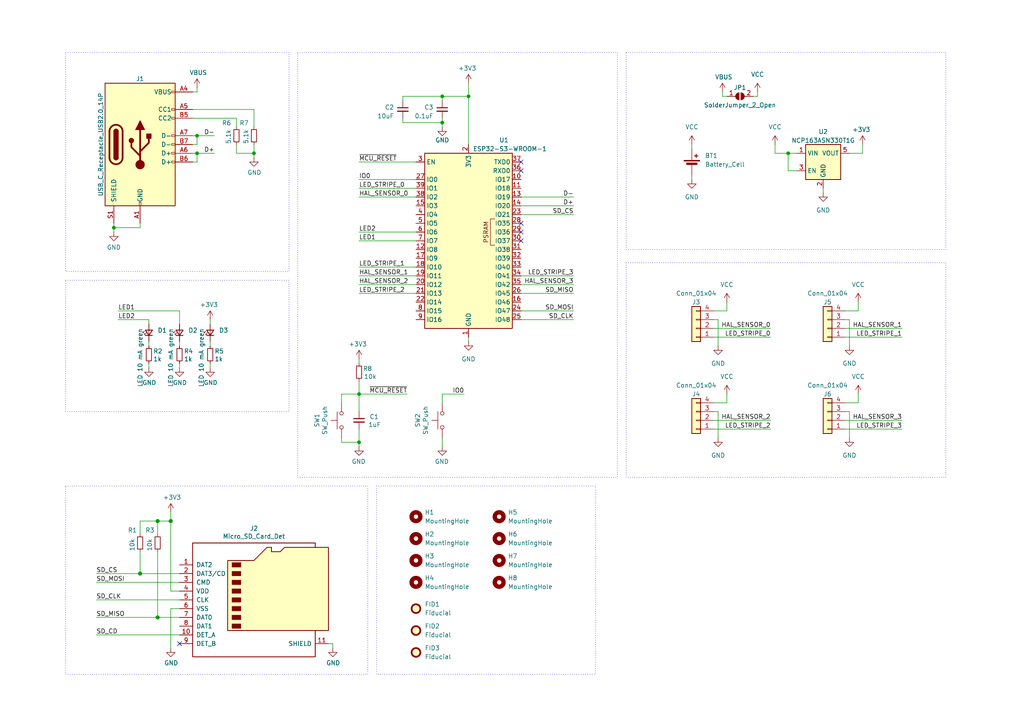
<source format=kicad_sch>
(kicad_sch (version 20230121) (generator eeschema)
  (paper "A4")
  (title_block (date "2024-01-13") (rev "A"))
  (lib_symbols
    (symbol "Connector:Micro_SD_Card_Det" (pin_names (offset 1.016))
      (property "Reference" "J" (at -16.51 17.78 0))
      (property "Value" "Micro_SD_Card_Det" (at 16.51 17.78 0))
      (symbol "Micro_SD_Card_Det_0_1"
        (rectangle (start -7.62 -6.985) (end -5.08 -8.255) (fill (type outline)))
        (rectangle (start -7.62 -4.445) (end -5.08 -5.715) (fill (type outline)))
        (rectangle (start -7.62 -1.905) (end -5.08 -3.175) (fill (type outline)))
        (rectangle (start -7.62 0.635) (end -5.08 -0.635) (fill (type outline)))
        (rectangle (start -7.62 3.175) (end -5.08 1.905) (fill (type outline)))
        (rectangle (start -7.62 5.715) (end -5.08 4.445) (fill (type outline)))
        (rectangle (start -7.62 8.255) (end -5.08 6.985) (fill (type outline)))
        (rectangle (start -7.62 10.795) (end -5.08 9.525) (fill (type outline)))
        (polyline (pts (xy 16.51 15.24) (xy 16.51 16.51) (xy -19.05 16.51) (xy -19.05 -16.51) (xy 16.51 -16.51) (xy 16.51 -8.89)) (stroke (width 0.254)))
        (polyline (pts (xy -8.89 -8.89) (xy -8.89 11.43) (xy -1.27 11.43) (xy 2.54 15.24) (xy 3.81 15.24) (xy 3.81 13.97) (xy 6.35 13.97) (xy 7.62 15.24) (xy 20.32 15.24) (xy 20.32 -8.89) (xy -8.89 -8.89)) (stroke (width 0.254)) (fill (type background)))
      )
      (symbol "Micro_SD_Card_Det_1_1"
        (pin bidirectional line (at -22.86 10.16 0) (length 3.81) (name "DAT2") (number "1"))
        (pin passive line (at -22.86 -10.16 0) (length 3.81) (name "DET_A") (number "10"))
        (pin passive line (at 20.32 -12.7 180) (length 3.81) (name "SHIELD") (number "11"))
        (pin bidirectional line (at -22.86 7.62 0) (length 3.81) (name "DAT3/CD") (number "2"))
        (pin input line (at -22.86 5.08 0) (length 3.81) (name "CMD") (number "3"))
        (pin power_in line (at -22.86 2.54 0) (length 3.81) (name "VDD") (number "4"))
        (pin input line (at -22.86 0 0) (length 3.81) (name "CLK") (number "5"))
        (pin power_in line (at -22.86 -2.54 0) (length 3.81) (name "VSS") (number "6"))
        (pin bidirectional line (at -22.86 -5.08 0) (length 3.81) (name "DAT0") (number "7"))
        (pin bidirectional line (at -22.86 -7.62 0) (length 3.81) (name "DAT1") (number "8"))
        (pin passive line (at -22.86 -12.7 0) (length 3.81) (name "DET_B") (number "9"))
      )
    )
    (symbol "Connector:USB_C_Receptacle_USB2.0_14P" (pin_names (offset 1.016))
      (property "Reference" "J" (at 0 22.225 0))
      (property "Value" "USB_C_Receptacle_USB2.0_14P" (at 0 19.685 0))
      (symbol "USB_C_Receptacle_USB2.0_14P_0_0"
        (rectangle (start -0.254 -17.78) (end 0.254 -16.764))
        (rectangle (start 10.16 -4.826) (end 9.144 -5.334))
        (rectangle (start 10.16 -2.286) (end 9.144 -2.794))
        (rectangle (start 10.16 0.254) (end 9.144 -0.254))
        (rectangle (start 10.16 2.794) (end 9.144 2.286))
        (rectangle (start 10.16 7.874) (end 9.144 7.366))
        (rectangle (start 10.16 10.414) (end 9.144 9.906))
        (rectangle (start 10.16 15.494) (end 9.144 14.986))
      )
      (symbol "USB_C_Receptacle_USB2.0_14P_0_1"
        (rectangle (start -10.16 17.78) (end 10.16 -17.78) (stroke (width 0.254)) (fill (type background)))
        (arc (start -8.89 -3.81) (mid -6.985 -5.7067) (end -5.08 -3.81) (stroke (width 0.508)))
        (arc (start -7.62 -3.81) (mid -6.985 -4.4423) (end -6.35 -3.81) (stroke (width 0.254)))
        (arc (start -7.62 -3.81) (mid -6.985 -4.4423) (end -6.35 -3.81) (stroke (width 0.254)) (fill (type outline)))
        (rectangle (start -7.62 -3.81) (end -6.35 3.81) (stroke (width 0.254)) (fill (type outline)))
        (arc (start -6.35 3.81) (mid -6.985 4.4423) (end -7.62 3.81) (stroke (width 0.254)))
        (arc (start -6.35 3.81) (mid -6.985 4.4423) (end -7.62 3.81) (stroke (width 0.254)) (fill (type outline)))
        (arc (start -5.08 3.81) (mid -6.985 5.7067) (end -8.89 3.81) (stroke (width 0.508)))
        (circle (center -2.54 1.143) (radius 0.635) (stroke (width 0.254)) (fill (type outline)))
        (circle (center 0 -5.842) (radius 1.27) (fill (type outline)))
        (polyline (pts (xy -8.89 -3.81) (xy -8.89 3.81)) (stroke (width 0.508)))
        (polyline (pts (xy -5.08 3.81) (xy -5.08 -3.81)) (stroke (width 0.508)))
        (polyline (pts (xy 0 -5.842) (xy 0 4.318)) (stroke (width 0.508)))
        (polyline (pts (xy 0 -3.302) (xy -2.54 -0.762) (xy -2.54 0.508)) (stroke (width 0.508)))
        (polyline (pts (xy 0 -2.032) (xy 2.54 0.508) (xy 2.54 1.778)) (stroke (width 0.508)))
        (polyline (pts (xy -1.27 4.318) (xy 0 6.858) (xy 1.27 4.318) (xy -1.27 4.318)) (stroke (width 0.254)) (fill (type outline)))
        (rectangle (start 1.905 1.778) (end 3.175 3.048) (stroke (width 0.254)) (fill (type outline)))
      )
      (symbol "USB_C_Receptacle_USB2.0_14P_1_1"
        (pin passive line (at 0 -22.86 90) (length 5.08) (name "GND") (number "A1"))
        (pin passive line (at 0 -22.86 90) (length 5.08) hide (name "GND") (number "A12"))
        (pin passive line (at 15.24 15.24 180) (length 5.08) (name "VBUS") (number "A4"))
        (pin bidirectional line (at 15.24 10.16 180) (length 5.08) (name "CC1") (number "A5"))
        (pin bidirectional line (at 15.24 -2.54 180) (length 5.08) (name "D+") (number "A6"))
        (pin bidirectional line (at 15.24 2.54 180) (length 5.08) (name "D-") (number "A7"))
        (pin passive line (at 15.24 15.24 180) (length 5.08) hide (name "VBUS") (number "A9"))
        (pin passive line (at 0 -22.86 90) (length 5.08) hide (name "GND") (number "B1"))
        (pin passive line (at 0 -22.86 90) (length 5.08) hide (name "GND") (number "B12"))
        (pin passive line (at 15.24 15.24 180) (length 5.08) hide (name "VBUS") (number "B4"))
        (pin bidirectional line (at 15.24 7.62 180) (length 5.08) (name "CC2") (number "B5"))
        (pin bidirectional line (at 15.24 -5.08 180) (length 5.08) (name "D+") (number "B6"))
        (pin bidirectional line (at 15.24 0 180) (length 5.08) (name "D-") (number "B7"))
        (pin passive line (at 15.24 15.24 180) (length 5.08) hide (name "VBUS") (number "B9"))
        (pin passive line (at -7.62 -22.86 90) (length 5.08) (name "SHIELD") (number "S1"))
      )
    )
    (symbol "Connector_Generic:Conn_01x04" (pin_names (offset 1.016) hide)
      (property "Reference" "J" (at 0 5.08 0))
      (property "Value" "Conn_01x04" (at 0 -7.62 0))
      (symbol "Conn_01x04_1_1"
        (rectangle (start -1.27 -4.953) (end 0 -5.207) (stroke (width 0.1524)))
        (rectangle (start -1.27 -2.413) (end 0 -2.667) (stroke (width 0.1524)))
        (rectangle (start -1.27 0.127) (end 0 -0.127) (stroke (width 0.1524)))
        (rectangle (start -1.27 2.667) (end 0 2.413) (stroke (width 0.1524)))
        (rectangle (start -1.27 3.81) (end 1.27 -6.35) (stroke (width 0.254)) (fill (type background)))
        (pin passive line (at -5.08 2.54 0) (length 3.81) (name "Pin_1") (number "1"))
        (pin passive line (at -5.08 0 0) (length 3.81) (name "Pin_2") (number "2"))
        (pin passive line (at -5.08 -2.54 0) (length 3.81) (name "Pin_3") (number "3"))
        (pin passive line (at -5.08 -5.08 0) (length 3.81) (name "Pin_4") (number "4"))
      )
    )
    (symbol "Device:Battery_Cell" (pin_numbers hide) (pin_names (offset 0) hide)
      (property "Reference" "BT" (at 2.54 2.54 0))
      (property "Value" "Battery_Cell" (at 2.54 0 0))
      (symbol "Battery_Cell_0_1"
        (rectangle (start -2.286 1.778) (end 2.286 1.524) (fill (type outline)))
        (rectangle (start -1.524 1.016) (end 1.524 0.508) (fill (type outline)))
        (polyline (pts (xy 0 0.762) (xy 0 0)))
        (polyline (pts (xy 0 1.778) (xy 0 2.54)))
        (polyline (pts (xy 0.762 3.048) (xy 1.778 3.048)) (stroke (width 0.254)))
        (polyline (pts (xy 1.27 3.556) (xy 1.27 2.54)) (stroke (width 0.254)))
      )
      (symbol "Battery_Cell_1_1"
        (pin passive line (at 0 5.08 270) (length 2.54) (name "+") (number "1"))
        (pin passive line (at 0 -2.54 90) (length 2.54) (name "-") (number "2"))
      )
    )
    (symbol "Device:C_Small" (pin_numbers hide) (pin_names (offset 0.254) hide)
      (property "Reference" "C" (at 0.254 1.778 0))
      (property "Value" "C_Small" (at 0.254 -2.032 0))
      (symbol "C_Small_0_1"
        (polyline (pts (xy -1.524 -0.508) (xy 1.524 -0.508)) (stroke (width 0.3302)))
        (polyline (pts (xy -1.524 0.508) (xy 1.524 0.508)) (stroke (width 0.3048)))
      )
      (symbol "C_Small_1_1"
        (pin passive line (at 0 2.54 270) (length 2.032) (name "~") (number "1"))
        (pin passive line (at 0 -2.54 90) (length 2.032) (name "~") (number "2"))
      )
    )
    (symbol "Device:LED_Small" (pin_numbers hide) (pin_names (offset 0.254) hide)
      (property "Reference" "D" (at -1.27 3.175 0))
      (property "Value" "LED_Small" (at -4.445 -2.54 0))
      (symbol "LED_Small_0_1"
        (polyline (pts (xy -0.762 -1.016) (xy -0.762 1.016)) (stroke (width 0.254)))
        (polyline (pts (xy 1.016 0) (xy -0.762 0)))
        (polyline (pts (xy 0.762 -1.016) (xy -0.762 0) (xy 0.762 1.016) (xy 0.762 -1.016)) (stroke (width 0.254)))
        (polyline (pts (xy 0 0.762) (xy -0.508 1.27) (xy -0.254 1.27) (xy -0.508 1.27) (xy -0.508 1.016)))
        (polyline (pts (xy 0.508 1.27) (xy 0 1.778) (xy 0.254 1.778) (xy 0 1.778) (xy 0 1.524)))
      )
      (symbol "LED_Small_1_1"
        (pin passive line (at -2.54 0 0) (length 1.778) (name "K") (number "1"))
        (pin passive line (at 2.54 0 180) (length 1.778) (name "A") (number "2"))
      )
    )
    (symbol "Device:R_Small" (pin_numbers hide) (pin_names (offset 0.254) hide)
      (property "Reference" "R" (at 0.762 0.508 0))
      (property "Value" "R_Small" (at 0.762 -1.016 0))
      (symbol "R_Small_0_1"
        (rectangle (start -0.762 1.778) (end 0.762 -1.778) (stroke (width 0.2032)))
      )
      (symbol "R_Small_1_1"
        (pin passive line (at 0 2.54 270) (length 0.762) (name "~") (number "1"))
        (pin passive line (at 0 -2.54 90) (length 0.762) (name "~") (number "2"))
      )
    )
    (symbol "GND_1" (power) (pin_names (offset 0))
      (property "Value" "GND_1" (at 0 -3.81 0))
      (symbol "GND_1_0_1"
        (polyline (pts (xy 0 0) (xy 0 -1.27) (xy 1.27 -1.27) (xy 0 -2.54) (xy -1.27 -1.27) (xy 0 -1.27)))
      )
      (symbol "GND_1_1_1"
        (pin power_in line (at 0 0 270) (length 0) hide (name "GND") (number "1"))
      )
    )
    (symbol "Jumper:SolderJumper_2_Open" (pin_names (offset 0) hide)
      (property "Reference" "JP" (at 0 2.032 0))
      (property "Value" "SolderJumper_2_Open" (at 0 -2.54 0))
      (symbol "SolderJumper_2_Open_0_1"
        (arc (start -0.254 1.016) (mid -1.2656 0) (end -0.254 -1.016))
        (arc (start -0.254 1.016) (mid -1.2656 0) (end -0.254 -1.016) (fill (type outline)))
        (polyline (pts (xy -0.254 1.016) (xy -0.254 -1.016)))
        (polyline (pts (xy 0.254 1.016) (xy 0.254 -1.016)))
        (arc (start 0.254 -1.016) (mid 1.2656 0) (end 0.254 1.016))
        (arc (start 0.254 -1.016) (mid 1.2656 0) (end 0.254 1.016) (fill (type outline)))
      )
      (symbol "SolderJumper_2_Open_1_1"
        (pin passive line (at -3.81 0 0) (length 2.54) (name "A") (number "1"))
        (pin passive line (at 3.81 0 180) (length 2.54) (name "B") (number "2"))
      )
    )
    (symbol "Mechanical:Fiducial"
      (property "Reference" "FID" (at 0 5.08 0))
      (property "Value" "Fiducial" (at 0 3.175 0))
      (symbol "Fiducial_0_1"
        (circle (center 0 0) (radius 1.27) (stroke (width 0.508)) (fill (type background)))
      )
    )
    (symbol "Mechanical:MountingHole" (pin_names (offset 1.016))
      (property "Reference" "H" (at 0 5.08 0))
      (property "Value" "MountingHole" (at 0 3.175 0))
      (symbol "MountingHole_0_1"
        (circle (center 0 0) (radius 1.27) (stroke (width 1.27)))
      )
    )
    (symbol "RF_Module:ESP32-S3-WROOM-1"
      (property "Reference" "U" (at -12.7 26.67 0))
      (property "Value" "ESP32-S3-WROOM-1" (at 12.7 26.67 0))
      (symbol "ESP32-S3-WROOM-1_0_0"
        (rectangle (start -12.7 25.4) (end 12.7 -25.4) (stroke (width 0.254)) (fill (type background)))
        (text "PSRAM" (at 5.08 2.54 900) (effects (font (size 1.27 1.27))))
      )
      (symbol "ESP32-S3-WROOM-1_0_1"
        (polyline (pts (xy 7.62 -1.27) (xy 6.35 -1.27) (xy 6.35 6.35) (xy 7.62 6.35)))
      )
      (symbol "ESP32-S3-WROOM-1_1_1"
        (pin power_in line (at 0 -27.94 90) (length 2.54) (name "GND") (number "1"))
        (pin bidirectional line (at 15.24 17.78 180) (length 2.54) (name "IO17") (number "10"))
        (pin bidirectional line (at 15.24 15.24 180) (length 2.54) (name "IO18") (number "11"))
        (pin bidirectional line (at -15.24 -2.54 0) (length 2.54) (name "IO8") (number "12"))
        (pin bidirectional line (at 15.24 12.7 180) (length 2.54) (name "IO19") (number "13"))
        (pin bidirectional line (at 15.24 10.16 180) (length 2.54) (name "IO20") (number "14"))
        (pin bidirectional line (at -15.24 10.16 0) (length 2.54) (name "IO3") (number "15"))
        (pin bidirectional line (at 15.24 -17.78 180) (length 2.54) (name "IO46") (number "16"))
        (pin bidirectional line (at -15.24 -5.08 0) (length 2.54) (name "IO9") (number "17"))
        (pin bidirectional line (at -15.24 -7.62 0) (length 2.54) (name "IO10") (number "18"))
        (pin bidirectional line (at -15.24 -10.16 0) (length 2.54) (name "IO11") (number "19"))
        (pin power_in line (at 0 27.94 270) (length 2.54) (name "3V3") (number "2"))
        (pin bidirectional line (at -15.24 -12.7 0) (length 2.54) (name "IO12") (number "20"))
        (pin bidirectional line (at -15.24 -15.24 0) (length 2.54) (name "IO13") (number "21"))
        (pin bidirectional line (at -15.24 -17.78 0) (length 2.54) (name "IO14") (number "22"))
        (pin bidirectional line (at 15.24 7.62 180) (length 2.54) (name "IO21") (number "23"))
        (pin bidirectional line (at 15.24 -20.32 180) (length 2.54) (name "IO47") (number "24"))
        (pin bidirectional line (at 15.24 -22.86 180) (length 2.54) (name "IO48") (number "25"))
        (pin bidirectional line (at 15.24 -15.24 180) (length 2.54) (name "IO45") (number "26"))
        (pin bidirectional line (at -15.24 17.78 0) (length 2.54) (name "IO0") (number "27"))
        (pin bidirectional line (at 15.24 5.08 180) (length 2.54) (name "IO35") (number "28"))
        (pin bidirectional line (at 15.24 2.54 180) (length 2.54) (name "IO36") (number "29"))
        (pin input line (at -15.24 22.86 0) (length 2.54) (name "EN") (number "3"))
        (pin bidirectional line (at 15.24 0 180) (length 2.54) (name "IO37") (number "30"))
        (pin bidirectional line (at 15.24 -2.54 180) (length 2.54) (name "IO38") (number "31"))
        (pin bidirectional line (at 15.24 -5.08 180) (length 2.54) (name "IO39") (number "32"))
        (pin bidirectional line (at 15.24 -7.62 180) (length 2.54) (name "IO40") (number "33"))
        (pin bidirectional line (at 15.24 -10.16 180) (length 2.54) (name "IO41") (number "34"))
        (pin bidirectional line (at 15.24 -12.7 180) (length 2.54) (name "IO42") (number "35"))
        (pin bidirectional line (at 15.24 20.32 180) (length 2.54) (name "RXD0") (number "36"))
        (pin bidirectional line (at 15.24 22.86 180) (length 2.54) (name "TXD0") (number "37"))
        (pin bidirectional line (at -15.24 12.7 0) (length 2.54) (name "IO2") (number "38"))
        (pin bidirectional line (at -15.24 15.24 0) (length 2.54) (name "IO1") (number "39"))
        (pin bidirectional line (at -15.24 7.62 0) (length 2.54) (name "IO4") (number "4"))
        (pin passive line (at 0 -27.94 90) (length 2.54) hide (name "GND") (number "40"))
        (pin passive line (at 0 -27.94 90) (length 2.54) hide (name "GND") (number "41"))
        (pin bidirectional line (at -15.24 5.08 0) (length 2.54) (name "IO5") (number "5"))
        (pin bidirectional line (at -15.24 2.54 0) (length 2.54) (name "IO6") (number "6"))
        (pin bidirectional line (at -15.24 0 0) (length 2.54) (name "IO7") (number "7"))
        (pin bidirectional line (at -15.24 -20.32 0) (length 2.54) (name "IO15") (number "8"))
        (pin bidirectional line (at -15.24 -22.86 0) (length 2.54) (name "IO16") (number "9"))
      )
    )
    (symbol "Regulator_Linear:NCP163ASN330T1G"
      (property "Reference" "U" (at 0 8.89 0))
      (property "Value" "NCP163ASN330T1G" (at 0 6.35 0))
      (symbol "NCP163ASN330T1G_0_1"
        (rectangle (start -5.08 5.08) (end 5.08 -5.08) (stroke (width 0.254)) (fill (type background)))
      )
      (symbol "NCP163ASN330T1G_1_1"
        (pin power_in line (at -7.62 2.54 0) (length 2.54) (name "VIN") (number "1"))
        (pin power_in line (at 0 -7.62 90) (length 2.54) (name "GND") (number "2"))
        (pin input line (at -7.62 -2.54 0) (length 2.54) (name "EN") (number "3"))
        (pin no_connect line (at 5.08 -2.54 180) (length 2.54) hide (name "NC") (number "4"))
        (pin power_out line (at 7.62 2.54 180) (length 2.54) (name "VOUT") (number "5"))
      )
    )
    (symbol "Switch:SW_Push" (pin_numbers hide) (pin_names (offset 1.016) hide)
      (property "Reference" "SW" (at 1.27 2.54 0))
      (property "Value" "SW_Push" (at 0 -1.524 0))
      (symbol "SW_Push_0_1"
        (circle (center -2.032 0) (radius 0.508))
        (polyline (pts (xy 0 1.27) (xy 0 3.048)))
        (polyline (pts (xy 2.54 1.27) (xy -2.54 1.27)))
        (circle (center 2.032 0) (radius 0.508))
        (pin passive line (at -5.08 0 0) (length 2.54) (name "1") (number "1"))
        (pin passive line (at 5.08 0 180) (length 2.54) (name "2") (number "2"))
      )
    )
    (symbol "power:+3V3" (power) (pin_names (offset 0))
      (property "Value" "+3V3" (at 0 3.556 0))
      (symbol "+3V3_0_1"
        (polyline (pts (xy -0.762 1.27) (xy 0 2.54)))
        (polyline (pts (xy 0 0) (xy 0 2.54)))
        (polyline (pts (xy 0 2.54) (xy 0.762 1.27)))
      )
      (symbol "+3V3_1_1"
        (pin power_in line (at 0 0 90) (length 0) hide (name "+3V3") (number "1"))
      )
    )
    (symbol "power:GND" (power) (pin_names (offset 0))
      (property "Value" "GND" (at 0 -3.81 0))
      (symbol "GND_0_1"
        (polyline (pts (xy 0 0) (xy 0 -1.27) (xy 1.27 -1.27) (xy 0 -2.54) (xy -1.27 -1.27) (xy 0 -1.27)))
      )
      (symbol "GND_1_1"
        (pin power_in line (at 0 0 270) (length 0) hide (name "GND") (number "1"))
      )
    )
    (symbol "power:VBUS" (power) (pin_names (offset 0))
      (property "Value" "VBUS" (at 0 3.81 0))
      (symbol "VBUS_0_1"
        (polyline (pts (xy -0.762 1.27) (xy 0 2.54)))
        (polyline (pts (xy 0 0) (xy 0 2.54)))
        (polyline (pts (xy 0 2.54) (xy 0.762 1.27)))
      )
      (symbol "VBUS_1_1"
        (pin power_in line (at 0 0 90) (length 0) hide (name "VBUS") (number "1"))
      )
    )
    (symbol "power:VCC" (power) (pin_names (offset 0))
      (property "Value" "VCC" (at 0 3.81 0))
      (symbol "VCC_0_1"
        (polyline (pts (xy -0.762 1.27) (xy 0 2.54)))
        (polyline (pts (xy 0 0) (xy 0 2.54)))
        (polyline (pts (xy 0 2.54) (xy 0.762 1.27)))
      )
      (symbol "VCC_1_1"
        (pin power_in line (at 0 0 90) (length 0) hide (name "VCC") (number "1"))
      )
    )
  )
  (junction (at 45.72 151.13) (diameter 1.016))
  (junction (at 40.64 166.37) (diameter 1.016))
  (junction (at 135.89 27.94))
  (junction (at 228.6 44.45))
  (junction (at 57.15 39.37))
  (junction (at 57.15 44.45))
  (junction (at 104.14 114.3) (diameter 0.9144))
  (junction (at 128.27 35.56))
  (junction (at 104.14 128.27) (diameter 0.9144))
  (junction (at 45.72 179.07) (diameter 1.016))
  (junction (at 49.53 151.13) (diameter 1.016))
  (junction (at 33.02 66.04))
  (junction (at 128.27 27.94))
  (junction (at 73.66 44.45) (diameter 0.9144))
  (no_connect (at 52.07 186.69))
  (no_connect (at 151.13 49.53))
  (no_connect (at 151.13 67.31))
  (no_connect (at 151.13 46.99))
  (no_connect (at 151.13 64.77))
  (no_connect (at 151.13 69.85))
  (wire (pts (xy 151.13 59.69) (xy 166.37 59.69)))
  (wire (pts (xy 104.14 114.3) (xy 104.14 119.38)))
  (wire (pts (xy 104.14 67.31) (xy 120.65 67.31)))
  (wire (pts (xy 49.53 151.13) (xy 49.53 171.45)))
  (wire (pts (xy 104.14 82.55) (xy 120.65 82.55)))
  (wire (pts (xy 120.65 57.15) (xy 104.14 57.15)))
  (wire (pts (xy 99.06 114.3) (xy 99.06 116.84)))
  (wire (pts (xy 73.66 41.91) (xy 73.66 44.45)))
  (wire (pts (xy 34.29 92.71) (xy 43.18 92.71)))
  (wire (pts (xy 45.72 179.07) (xy 52.07 179.07)))
  (wire (pts (xy 104.14 80.01) (xy 120.65 80.01)))
  (wire (pts (xy 52.07 93.98) (xy 52.07 90.17)))
  (wire (pts (xy 238.76 54.61) (xy 238.76 55.88)))
  (wire (pts (xy 43.18 93.98) (xy 43.18 92.71)))
  (wire (pts (xy 245.11 97.79) (xy 261.62 97.79)))
  (wire (pts (xy 200.66 41.91) (xy 200.66 43.18)))
  (wire (pts (xy 45.72 160.02) (xy 45.72 179.07)))
  (wire (pts (xy 43.18 105.41) (xy 43.18 106.68)))
  (wire (pts (xy 104.14 128.27) (xy 104.14 129.54)))
  (wire (pts (xy 45.72 154.94) (xy 45.72 151.13)))
  (wire (pts (xy 68.58 44.45) (xy 73.66 44.45)))
  (wire (pts (xy 45.72 151.13) (xy 49.53 151.13)))
  (wire (pts (xy 245.11 92.71) (xy 246.38 92.71)))
  (wire (pts (xy 33.02 66.04) (xy 40.64 66.04)))
  (wire (pts (xy 245.11 116.84) (xy 248.92 116.84)))
  (wire (pts (xy 246.38 119.38) (xy 246.38 127)))
  (wire (pts (xy 210.82 27.94) (xy 209.55 27.94)))
  (wire (pts (xy 210.82 114.3) (xy 210.82 116.84)))
  (wire (pts (xy 52.07 176.53) (xy 49.53 176.53)))
  (wire (pts (xy 231.14 44.45) (xy 228.6 44.45)))
  (wire (pts (xy 52.07 166.37) (xy 40.64 166.37)))
  (wire (pts (xy 104.14 77.47) (xy 120.65 77.47)))
  (wire (pts (xy 228.6 49.53) (xy 228.6 44.45)))
  (wire (pts (xy 210.82 87.63) (xy 210.82 90.17)))
  (wire (pts (xy 207.01 121.92) (xy 223.52 121.92)))
  (wire (pts (xy 27.94 184.15) (xy 52.07 184.15)))
  (wire (pts (xy 104.14 52.07) (xy 120.65 52.07)))
  (wire (pts (xy 128.27 29.21) (xy 128.27 27.94)))
  (wire (pts (xy 135.89 24.13) (xy 135.89 27.94)))
  (wire (pts (xy 55.88 31.75) (xy 73.66 31.75)))
  (wire (pts (xy 231.14 49.53) (xy 228.6 49.53)))
  (wire (pts (xy 49.53 176.53) (xy 49.53 187.96)))
  (wire (pts (xy 33.02 64.77) (xy 33.02 66.04)))
  (wire (pts (xy 209.55 26.67) (xy 209.55 27.94)))
  (wire (pts (xy 55.88 44.45) (xy 57.15 44.45)))
  (wire (pts (xy 207.01 116.84) (xy 210.82 116.84)))
  (wire (pts (xy 27.94 168.91) (xy 52.07 168.91)))
  (wire (pts (xy 166.37 92.71) (xy 151.13 92.71)))
  (wire (pts (xy 57.15 26.67) (xy 57.15 25.4)))
  (wire (pts (xy 52.07 105.41) (xy 52.07 106.68)))
  (wire (pts (xy 166.37 62.23) (xy 151.13 62.23)))
  (wire (pts (xy 104.14 114.3) (xy 99.06 114.3)))
  (wire (pts (xy 34.29 90.17) (xy 52.07 90.17)))
  (wire (pts (xy 128.27 34.29) (xy 128.27 35.56)))
  (wire (pts (xy 57.15 39.37) (xy 62.23 39.37)))
  (wire (pts (xy 120.65 54.61) (xy 104.14 54.61)))
  (wire (pts (xy 27.94 179.07) (xy 45.72 179.07)))
  (wire (pts (xy 55.88 26.67) (xy 57.15 26.67)))
  (wire (pts (xy 55.88 41.91) (xy 57.15 41.91)))
  (wire (pts (xy 218.44 27.94) (xy 219.71 27.94)))
  (wire (pts (xy 128.27 127) (xy 128.27 129.54)))
  (wire (pts (xy 99.06 128.27) (xy 99.06 127)))
  (wire (pts (xy 57.15 41.91) (xy 57.15 39.37)))
  (wire (pts (xy 207.01 119.38) (xy 208.28 119.38)))
  (wire (pts (xy 135.89 27.94) (xy 135.89 41.91)))
  (wire (pts (xy 68.58 41.91) (xy 68.58 44.45)))
  (wire (pts (xy 128.27 35.56) (xy 128.27 36.83)))
  (wire (pts (xy 248.92 114.3) (xy 248.92 116.84)))
  (wire (pts (xy 116.84 34.29) (xy 116.84 35.56)))
  (wire (pts (xy 57.15 44.45) (xy 62.23 44.45)))
  (wire (pts (xy 40.64 160.02) (xy 40.64 166.37)))
  (wire (pts (xy 219.71 26.67) (xy 219.71 27.94)))
  (wire (pts (xy 104.14 104.14) (xy 104.14 105.41)))
  (wire (pts (xy 207.01 97.79) (xy 223.52 97.79)))
  (wire (pts (xy 104.14 124.46) (xy 104.14 128.27)))
  (wire (pts (xy 245.11 90.17) (xy 248.92 90.17)))
  (wire (pts (xy 43.18 99.06) (xy 43.18 100.33)))
  (wire (pts (xy 68.58 34.29) (xy 68.58 36.83)))
  (wire (pts (xy 73.66 44.45) (xy 73.66 45.72)))
  (wire (pts (xy 55.88 34.29) (xy 68.58 34.29)))
  (wire (pts (xy 40.64 151.13) (xy 45.72 151.13)))
  (wire (pts (xy 128.27 116.84) (xy 128.27 114.3)))
  (wire (pts (xy 207.01 124.46) (xy 223.52 124.46)))
  (wire (pts (xy 60.96 105.41) (xy 60.96 106.68)))
  (wire (pts (xy 95.25 186.69) (xy 96.52 186.69)))
  (wire (pts (xy 208.28 92.71) (xy 208.28 100.33)))
  (wire (pts (xy 40.64 154.94) (xy 40.64 151.13)))
  (wire (pts (xy 104.14 110.49) (xy 104.14 114.3)))
  (wire (pts (xy 96.52 186.69) (xy 96.52 187.96)))
  (wire (pts (xy 166.37 90.17) (xy 151.13 90.17)))
  (wire (pts (xy 104.14 69.85) (xy 120.65 69.85)))
  (wire (pts (xy 207.01 95.25) (xy 223.52 95.25)))
  (wire (pts (xy 33.02 66.04) (xy 33.02 67.31)))
  (wire (pts (xy 40.64 166.37) (xy 27.94 166.37)))
  (wire (pts (xy 151.13 57.15) (xy 166.37 57.15)))
  (wire (pts (xy 166.37 85.09) (xy 151.13 85.09)))
  (wire (pts (xy 151.13 80.01) (xy 166.37 80.01)))
  (wire (pts (xy 135.89 97.79) (xy 135.89 99.06)))
  (wire (pts (xy 52.07 171.45) (xy 49.53 171.45)))
  (wire (pts (xy 128.27 27.94) (xy 135.89 27.94)))
  (wire (pts (xy 207.01 90.17) (xy 210.82 90.17)))
  (wire (pts (xy 245.11 119.38) (xy 246.38 119.38)))
  (wire (pts (xy 104.14 128.27) (xy 99.06 128.27)))
  (wire (pts (xy 151.13 82.55) (xy 166.37 82.55)))
  (wire (pts (xy 118.11 114.3) (xy 104.14 114.3)))
  (wire (pts (xy 60.96 99.06) (xy 60.96 100.33)))
  (wire (pts (xy 104.14 85.09) (xy 120.65 85.09)))
  (wire (pts (xy 73.66 31.75) (xy 73.66 36.83)))
  (wire (pts (xy 246.38 44.45) (xy 250.19 44.45)))
  (wire (pts (xy 57.15 46.99) (xy 57.15 44.45)))
  (wire (pts (xy 40.64 66.04) (xy 40.64 64.77)))
  (wire (pts (xy 116.84 29.21) (xy 116.84 27.94)))
  (wire (pts (xy 27.94 173.99) (xy 52.07 173.99)))
  (wire (pts (xy 55.88 39.37) (xy 57.15 39.37)))
  (wire (pts (xy 245.11 124.46) (xy 261.62 124.46)))
  (wire (pts (xy 246.38 92.71) (xy 246.38 100.33)))
  (wire (pts (xy 228.6 44.45) (xy 224.79 44.45)))
  (wire (pts (xy 245.11 95.25) (xy 261.62 95.25)))
  (wire (pts (xy 55.88 46.99) (xy 57.15 46.99)))
  (wire (pts (xy 245.11 121.92) (xy 261.62 121.92)))
  (wire (pts (xy 116.84 27.94) (xy 128.27 27.94)))
  (wire (pts (xy 250.19 41.91) (xy 250.19 44.45)))
  (wire (pts (xy 208.28 119.38) (xy 208.28 127)))
  (wire (pts (xy 128.27 114.3) (xy 134.62 114.3)))
  (wire (pts (xy 52.07 99.06) (xy 52.07 100.33)))
  (wire (pts (xy 60.96 92.71) (xy 60.96 93.98)))
  (wire (pts (xy 248.92 87.63) (xy 248.92 90.17)))
  (wire (pts (xy 104.14 46.99) (xy 120.65 46.99)))
  (wire (pts (xy 116.84 35.56) (xy 128.27 35.56)))
  (wire (pts (xy 49.53 148.59) (xy 49.53 151.13)))
  (wire (pts (xy 207.01 92.71) (xy 208.28 92.71)))
  (wire (pts (xy 200.66 50.8) (xy 200.66 52.07)))
  (wire (pts (xy 224.79 41.91) (xy 224.79 44.45)))
  (rectangle (start 109.22 140.97) (end 172.72 195.58) (stroke (width 0) (type dot)))
  (rectangle (start 19.05 15.24) (end 83.82 78.74) (stroke (width 0) (type dot)))
  (rectangle (start 19.05 81.28) (end 83.82 119.38) (stroke (width 0) (type dot)))
  (rectangle (start 19.05 140.97) (end 106.68 195.58) (stroke (width 0) (type dot)))
  (rectangle (start 86.36 15.24) (end 179.07 138.43) (stroke (width 0) (type dot)))
  (rectangle (start 181.61 76.2) (end 274.32 138.43) (stroke (width 0) (type dot)))
  (rectangle (start 181.61 15.24) (end 274.32 72.39) (stroke (width 0) (type dot)))
  (label "SD_CLK" (at 166.37 92.71 180))
  (label "IO0" (at 104.14 52.07 0))
  (label "LED_STRIPE_1" (at 104.14 77.47 0))
  (label "SD_CS" (at 27.94 166.37 0))
  (label "SD_CS" (at 166.37 62.23 180))
  (label "HAL_SENSOR_1" (at 261.62 95.25 180))
  (label "HAL_SENSOR_0" (at 104.14 57.15 0))
  (label "HAL_SENSOR_0" (at 223.52 95.25 180))
  (label "LED_STRIPE_2" (at 223.52 124.46 180))
  (label "LED_STRIPE_0" (at 223.52 97.79 180))
  (label "D+" (at 166.37 59.69 180))
  (label "SD_MISO" (at 27.94 179.07 0))
  (label "D+" (at 62.23 44.45 180))
  (label "LED2" (at 104.14 67.31 0))
  (label "LED_STRIPE_2" (at 104.14 85.09 0))
  (label "LED_STRIPE_3" (at 261.62 124.46 180))
  (label "SD_MOSI" (at 27.94 168.91 0))
  (label "LED_STRIPE_3" (at 166.37 80.01 180))
  (label "SD_CLK" (at 27.94 173.99 0))
  (label "SD_CD" (at 27.94 184.15 0))
  (label "D-" (at 166.37 57.15 180))
  (label "LED1" (at 34.29 90.17 0))
  (label "LED_STRIPE_1" (at 261.62 97.79 180))
  (label "SD_MISO" (at 166.37 85.09 180))
  (label "HAL_SENSOR_3" (at 261.62 121.92 180))
  (label "LED1" (at 104.14 69.85 0))
  (label "~{MCU_RESET}" (at 104.14 46.99 0))
  (label "IO0" (at 134.62 114.3 180))
  (label "LED2" (at 34.29 92.71 0))
  (label "LED_STRIPE_0" (at 104.14 54.61 0))
  (label "D-" (at 62.23 39.37 180))
  (label "HAL_SENSOR_2" (at 104.14 82.55 0))
  (label "HAL_SENSOR_2" (at 223.52 121.92 180))
  (label "~{MCU_RESET}" (at 118.11 114.3 0))
  (label "HAL_SENSOR_3" (at 166.37 82.55 180))
  (label "HAL_SENSOR_1" (at 104.14 80.01 0))
  (label "SD_MOSI" (at 166.37 90.17 180))
  (symbol (lib_id "power:GND") (at 60.96 106.68 0) (unit 1)
    (property "Reference" "#PWR08" (effects hide))
    (property "Value" "GND" (at 61.0743 111.0044 0))
  )
  (symbol (lib_id "Mechanical:Fiducial") (at 120.65 189.23 0) (unit 1)
    (property "Reference" "FID3" (at 123.19 187.96 0) (effects (justify left)))
    (property "Value" "Fiducial" (at 123.19 190.5 0) (effects (justify left)))
    (property "Footprint" "Fiducial:Fiducial_0.5mm_Mask1mm" (effects hide))
  )
  (symbol (lib_id "Device:R_Small") (at 104.14 107.95 0) (mirror y) (unit 1)
    (property "Reference" "R8" (at 107.9499 106.9276 0) (effects (justify left)))
    (property "Value" "10k" (at 109.22 109.22 0) (effects (justify left)))
    (property "Footprint" "Resistor_SMD:R_0603_1608Metric_Pad0.98x0.95mm_HandSolder" (effects hide))
  )
  (symbol (lib_id "Switch:SW_Push") (at 99.06 121.92 90) (unit 1)
    (property "Reference" "SW1" (at 91.9288 121.92 0))
    (property "Value" "SW_Push" (at 94.2275 121.92 0))
    (property "Footprint" "Button_Switch_SMD:SW_SPST_EVQP2" (effects hide))
    (property "LCSC" "C79161" (effects hide))
  )
  (symbol (lib_id "Mechanical:MountingHole") (at 120.65 162.56 0) (unit 1)
    (property "Reference" "H3" (at 123.19 161.29 0) (effects (justify left)))
    (property "Value" "MountingHole" (at 123.19 163.83 0) (effects (justify left)))
    (property "Footprint" "MountingHole:MountingHole_3.2mm_M3" (effects hide))
  )
  (symbol (lib_id "power:GND") (at 208.28 100.33 0) (unit 1)
    (property "Reference" "#PWR019" (effects hide))
    (property "Value" "GND" (at 208.28 105.41 0))
  )
  (symbol (lib_id "power:+3V3") (at 49.53 148.59 0) (unit 1)
    (property "Reference" "#PWR03" (effects hide))
    (property "Value" "+3V3" (at 49.8983 144.2656 0))
  )
  (symbol (lib_id "Mechanical:Fiducial") (at 120.65 176.53 0) (unit 1)
    (property "Reference" "FID1" (at 123.19 175.26 0) (effects (justify left)))
    (property "Value" "Fiducial" (at 123.19 177.8 0) (effects (justify left)))
    (property "Footprint" "Fiducial:Fiducial_0.5mm_Mask1mm" (effects hide))
  )
  (symbol (lib_id "power:VCC") (at 248.92 87.63 0) (unit 1)
    (property "Reference" "#PWR029" (effects hide))
    (property "Value" "VCC" (at 248.92 82.55 0))
  )
  (symbol (lib_id "Device:R_Small") (at 68.58 39.37 0) (unit 1)
    (property "Reference" "R6" (at 64.3637 35.6806 0) (effects (justify left)))
    (property "Value" "5.1k" (at 66.2686 41.783 90) (effects (justify left)))
    (property "Footprint" "Resistor_SMD:R_0603_1608Metric_Pad0.98x0.95mm_HandSolder" (effects hide))
  )
  (symbol (lib_id "Switch:SW_Push") (at 128.27 121.92 90) (unit 1)
    (property "Reference" "SW2" (at 121.1388 121.92 0))
    (property "Value" "SW_Push" (at 123.4375 121.92 0))
    (property "Footprint" "Button_Switch_SMD:SW_SPST_EVQP2" (effects hide))
    (property "LCSC" "C79161" (effects hide))
  )
  (symbol (lib_id "Device:R_Small") (at 52.07 102.87 0) (mirror y) (unit 1)
    (property "Reference" "R4" (at 53.3399 101.8476 0) (effects (justify right)))
    (property "Value" "1k" (at 53.34 104.14 0) (effects (justify right)))
    (property "Footprint" "Resistor_SMD:R_0603_1608Metric_Pad0.98x0.95mm_HandSolder" (effects hide))
  )
  (symbol (lib_id "Mechanical:MountingHole") (at 144.78 149.86 0) (unit 1)
    (property "Reference" "H5" (at 147.32 148.59 0) (effects (justify left)))
    (property "Value" "MountingHole" (at 147.32 151.13 0) (effects (justify left)))
    (property "Footprint" "MountingHole:MountingHole_3.2mm_M3" (effects hide))
  )
  (symbol (lib_id "power:+3V3") (at 60.96 92.71 0) (mirror y) (unit 1)
    (property "Reference" "#PWR07" (effects hide))
    (property "Value" "+3V3" (at 60.5917 88.3856 0))
  )
  (symbol (lib_name "GND_1") (lib_id "power:GND") (at 128.27 36.83 0) (unit 1)
    (property "Reference" "#PWR013" (effects hide))
    (property "Value" "GND" (at 128.27 40.64 0))
  )
  (symbol (lib_id "Device:R_Small") (at 43.18 102.87 0) (mirror y) (unit 1)
    (property "Reference" "R2" (at 44.4499 101.8476 0) (effects (justify right)))
    (property "Value" "1k" (at 44.45 104.14 0) (effects (justify right)))
    (property "Footprint" "Resistor_SMD:R_0603_1608Metric_Pad0.98x0.95mm_HandSolder" (effects hide))
  )
  (symbol (lib_id "power:GND") (at 128.27 129.54 0) (mirror y) (unit 1)
    (property "Reference" "#PWR014" (effects hide))
    (property "Value" "GND" (at 128.1557 133.8644 0))
  )
  (symbol (lib_id "Connector:USB_C_Receptacle_USB2.0_14P") (at 40.64 41.91 0) (unit 1)
    (property "Reference" "J1" (at 40.64 22.86 0))
    (property "Value" "USB_C_Receptacle_USB2.0_14P" (at 29.21 41.91 90))
    (property "Footprint" "Connector_USB:USB_C_Receptacle_GCT_USB4105-xx-A_16P_TopMnt_Horizontal" (effects hide))
    (property "Datasheet" "https://www.usb.org/sites/default/files/documents/usb_type-c.zip" (effects hide))
    (property "LCSC" "C319148" (effects hide))
  )
  (symbol (lib_id "power:GND") (at 33.02 67.31 0) (unit 1)
    (property "Reference" "#PWR01" (effects hide))
    (property "Value" "GND" (at 33.02 71.7534 0))
  )
  (symbol (lib_id "power:VCC") (at 200.66 41.91 0) (unit 1)
    (property "Reference" "#PWR017" (effects hide))
    (property "Value" "VCC" (at 200.66 36.83 0))
  )
  (symbol (lib_id "Device:C_Small") (at 128.27 31.75 0) (unit 1)
    (property "Reference" "C3" (at 125.73 31.1213 0) (effects (justify right)))
    (property "Value" "0.1uF" (at 125.73 33.6613 0) (effects (justify right)))
    (property "Footprint" "Capacitor_SMD:C_0603_1608Metric_Pad1.08x0.95mm_HandSolder" (effects hide))
  )
  (symbol (lib_id "power:GND") (at 52.07 106.68 0) (unit 1)
    (property "Reference" "#PWR05" (effects hide))
    (property "Value" "GND" (at 52.1843 111.0044 0))
  )
  (symbol (lib_id "power:GND") (at 246.38 100.33 0) (unit 1)
    (property "Reference" "#PWR027" (effects hide))
    (property "Value" "GND" (at 246.38 105.41 0))
  )
  (symbol (lib_id "Device:R_Small") (at 45.72 157.48 0) (unit 1)
    (property "Reference" "R3" (at 42.1387 153.7906 0) (effects (justify left)))
    (property "Value" "10k" (at 43.4086 159.893 90) (effects (justify left)))
    (property "Footprint" "Resistor_SMD:R_0603_1608Metric_Pad0.98x0.95mm_HandSolder" (effects hide))
  )
  (symbol (lib_id "Mechanical:MountingHole") (at 144.78 168.91 0) (unit 1)
    (property "Reference" "H8" (at 147.32 167.64 0) (effects (justify left)))
    (property "Value" "MountingHole" (at 147.32 170.18 0) (effects (justify left)))
    (property "Footprint" "MountingHole:MountingHole_3.2mm_M3" (effects hide))
  )
  (symbol (lib_id "Regulator_Linear:NCP163ASN330T1G") (at 238.76 46.99 0) (unit 1)
    (property "Reference" "U2" (at 238.76 38.2102 0))
    (property "Value" "NCP163ASN330T1G" (at 238.76 40.7471 0))
    (property "Footprint" "Package_TO_SOT_SMD:SOT-23-5" (effects hide))
    (property "Datasheet" "https://www.onsemi.com/pdf/datasheet/ncp163-d.pdf" (effects hide))
    (property "LCSC" "C603656" (effects hide))
  )
  (symbol (lib_id "Device:Battery_Cell") (at 200.66 48.26 0) (unit 1)
    (property "Reference" "BT1" (at 204.47 45.1485 0) (effects (justify left)))
    (property "Value" "Battery_Cell" (at 204.47 47.6885 0) (effects (justify left)))
    (property "Footprint" "Battery:BatteryHolder_Keystone_1042_1x18650" (effects hide))
    (property "LCSC" "C2988620" (effects hide))
  )
  (symbol (lib_id "Device:C_Small") (at 104.14 121.92 0) (mirror y) (unit 1)
    (property "Reference" "C1" (at 109.8676 120.8976 0) (effects (justify left)))
    (property "Value" "1uF" (at 110.49 123.19 0) (effects (justify left)))
    (property "Footprint" "Capacitor_SMD:C_0603_1608Metric_Pad1.08x0.95mm_HandSolder" (effects hide))
  )
  (symbol (lib_id "Device:R_Small") (at 60.96 102.87 0) (mirror y) (unit 1)
    (property "Reference" "R5" (at 62.2299 101.8476 0) (effects (justify right)))
    (property "Value" "1k" (at 62.23 104.14 0) (effects (justify right)))
    (property "Footprint" "Resistor_SMD:R_0603_1608Metric_Pad0.98x0.95mm_HandSolder" (effects hide))
  )
  (symbol (lib_id "Connector:Micro_SD_Card_Det") (at 74.93 173.99 0) (unit 1)
    (property "Reference" "J2" (at 73.66 153.2698 0))
    (property "Value" "Micro_SD_Card_Det" (at 73.66 155.5685 0))
    (property "Footprint" "Connector_Card:microSD_HC_Hirose_DM3D-SF" (effects hide))
    (property "Datasheet" "https://www.hirose.com/product/en/download_file/key_name/DM3/category/Catalog/doc_file_id/49662/?file_category_id=4&item_id=195&is_series=1" (effects hide))
    (property "LCSC" "C719027" (effects hide))
  )
  (symbol (lib_id "RF_Module:ESP32-S3-WROOM-1") (at 135.89 69.85 0) (unit 1)
    (property "Reference" "U1" (at 144.78 40.64 0) (effects (justify left)))
    (property "Value" "ESP32-S3-WROOM-1" (at 137.16 43.18 0) (effects (justify left)))
    (property "Footprint" "RF_Module:ESP32-S3-WROOM-1" (effects hide))
    (property "Datasheet" "https://www.espressif.com/sites/default/files/documentation/esp32-s3-wroom-1_wroom-1u_datasheet_en.pdf" (effects hide))
    (property "LCSC" "C2913198" (effects hide))
  )
  (symbol (lib_id "power:GND") (at 208.28 127 0) (unit 1)
    (property "Reference" "#PWR020" (effects hide))
    (property "Value" "GND" (at 208.28 132.08 0))
  )
  (symbol (lib_id "Device:LED_Small") (at 60.96 96.52 90) (unit 1)
    (property "Reference" "D3" (at 63.5 95.8215 90) (effects (justify right)))
    (property "Value" "LED 10 mA green" (at 58.42 95.25 0) (effects (justify right)))
    (property "Footprint" "LED_SMD:LED_0603_1608Metric_Pad1.05x0.95mm_HandSolder" (effects hide))
    (property "LCSC" "C72043" (effects hide))
  )
  (symbol (lib_id "power:GND") (at 246.38 127 0) (unit 1)
    (property "Reference" "#PWR028" (effects hide))
    (property "Value" "GND" (at 246.38 132.08 0))
  )
  (symbol (lib_id "power:GND") (at 73.66 45.72 0) (unit 1)
    (property "Reference" "#PWR09" (effects hide))
    (property "Value" "GND" (at 73.7743 50.0444 0))
  )
  (symbol (lib_id "power:GND") (at 104.14 129.54 0) (mirror y) (unit 1)
    (property "Reference" "#PWR012" (effects hide))
    (property "Value" "GND" (at 104.0257 133.8644 0))
  )
  (symbol (lib_id "power:VBUS") (at 57.15 25.4 0) (unit 1)
    (property "Reference" "#PWR06" (effects hide))
    (property "Value" "VBUS" (at 57.5183 21.0756 0))
  )
  (symbol (lib_id "power:VCC") (at 210.82 114.3 0) (unit 1)
    (property "Reference" "#PWR023" (effects hide))
    (property "Value" "VCC" (at 210.82 109.22 0))
  )
  (symbol (lib_id "Device:R_Small") (at 73.66 39.37 0) (unit 1)
    (property "Reference" "R7" (at 69.4437 35.6806 0) (effects (justify left)))
    (property "Value" "5.1k" (at 71.3486 41.783 90) (effects (justify left)))
    (property "Footprint" "Resistor_SMD:R_0603_1608Metric_Pad0.98x0.95mm_HandSolder" (effects hide))
  )
  (symbol (lib_id "Mechanical:MountingHole") (at 120.65 168.91 0) (unit 1)
    (property "Reference" "H4" (at 123.19 167.64 0) (effects (justify left)))
    (property "Value" "MountingHole" (at 123.19 170.18 0) (effects (justify left)))
    (property "Footprint" "MountingHole:MountingHole_3.2mm_M3" (effects hide))
  )
  (symbol (lib_id "power:GND") (at 49.53 187.96 0) (unit 1)
    (property "Reference" "#PWR04" (effects hide))
    (property "Value" "GND" (at 49.6443 192.2844 0))
  )
  (symbol (lib_id "power:GND") (at 43.18 106.68 0) (unit 1)
    (property "Reference" "#PWR02" (effects hide))
    (property "Value" "GND" (at 43.2943 111.0044 0))
  )
  (symbol (lib_id "Connector_Generic:Conn_01x04") (at 201.93 95.25 180) (unit 1)
    (property "Reference" "J3" (at 201.93 87.63 0))
    (property "Value" "Conn_01x04" (at 201.93 85.09 0))
    (property "Footprint" "Connector_JST:JST_PH_B4B-PH-SM4-TB_1x04-1MP_P2.00mm_Vertical" (effects hide))
    (property "LCSC" "C160354" (effects hide))
  )
  (symbol (lib_id "power:VCC") (at 224.79 41.91 0) (unit 1)
    (property "Reference" "#PWR025" (effects hide))
    (property "Value" "VCC" (at 224.79 36.83 0))
  )
  (symbol (lib_id "power:VCC") (at 210.82 87.63 0) (unit 1)
    (property "Reference" "#PWR022" (effects hide))
    (property "Value" "VCC" (at 210.82 82.55 0))
  )
  (symbol (lib_id "power:VBUS") (at 209.55 26.67 0) (unit 1)
    (property "Reference" "#PWR021" (effects hide))
    (property "Value" "VBUS" (at 209.9183 22.3456 0))
  )
  (symbol (lib_id "Device:C_Small") (at 116.84 31.75 0) (unit 1)
    (property "Reference" "C2" (at 114.3 31.1213 0) (effects (justify right)))
    (property "Value" "10uF" (at 114.3 33.6613 0) (effects (justify right)))
    (property "Footprint" "Capacitor_SMD:C_0603_1608Metric_Pad1.08x0.95mm_HandSolder" (effects hide))
  )
  (symbol (lib_id "power:+3V3") (at 250.19 41.91 0) (mirror y) (unit 1)
    (property "Reference" "#PWR031" (effects hide))
    (property "Value" "+3V3" (at 249.8217 37.5856 0))
  )
  (symbol (lib_id "power:+3V3") (at 104.14 104.14 0) (mirror y) (unit 1)
    (property "Reference" "#PWR011" (effects hide))
    (property "Value" "+3V3" (at 103.7717 99.8156 0))
  )
  (symbol (lib_id "power:VCC") (at 219.71 26.67 0) (unit 1)
    (property "Reference" "#PWR024" (effects hide))
    (property "Value" "VCC" (at 219.71 21.59 0))
  )
  (symbol (lib_id "power:VCC") (at 248.92 114.3 0) (unit 1)
    (property "Reference" "#PWR030" (effects hide))
    (property "Value" "VCC" (at 248.92 109.22 0))
  )
  (symbol (lib_id "Mechanical:MountingHole") (at 120.65 149.86 0) (unit 1)
    (property "Reference" "H1" (at 123.19 148.59 0) (effects (justify left)))
    (property "Value" "MountingHole" (at 123.19 151.13 0) (effects (justify left)))
    (property "Footprint" "MountingHole:MountingHole_3.2mm_M3" (effects hide))
  )
  (symbol (lib_id "power:+3V3") (at 135.89 24.13 0) (mirror y) (unit 1)
    (property "Reference" "#PWR015" (effects hide))
    (property "Value" "+3V3" (at 135.5217 19.8056 0))
  )
  (symbol (lib_id "power:GND") (at 96.52 187.96 0) (unit 1)
    (property "Reference" "#PWR010" (effects hide))
    (property "Value" "GND" (at 96.6343 192.2844 0))
  )
  (symbol (lib_id "Mechanical:Fiducial") (at 120.65 182.88 0) (unit 1)
    (property "Reference" "FID2" (at 123.19 181.61 0) (effects (justify left)))
    (property "Value" "Fiducial" (at 123.19 184.15 0) (effects (justify left)))
    (property "Footprint" "Fiducial:Fiducial_0.5mm_Mask1mm" (effects hide))
  )
  (symbol (lib_id "Device:R_Small") (at 40.64 157.48 0) (unit 1)
    (property "Reference" "R1" (at 37.0587 153.7906 0) (effects (justify left)))
    (property "Value" "10k" (at 38.3286 159.893 90) (effects (justify left)))
    (property "Footprint" "Resistor_SMD:R_0603_1608Metric_Pad0.98x0.95mm_HandSolder" (effects hide))
  )
  (symbol (lib_id "power:GND") (at 238.76 55.88 0) (unit 1)
    (property "Reference" "#PWR026" (effects hide))
    (property "Value" "GND" (at 238.76 60.96 0))
  )
  (symbol (lib_id "Connector_Generic:Conn_01x04") (at 201.93 121.92 180) (unit 1)
    (property "Reference" "J4" (at 201.93 114.3 0))
    (property "Value" "Conn_01x04" (at 201.93 111.76 0))
    (property "Footprint" "Connector_JST:JST_PH_B4B-PH-SM4-TB_1x04-1MP_P2.00mm_Vertical" (effects hide))
    (property "LCSC" "C160354" (effects hide))
  )
  (symbol (lib_id "Mechanical:MountingHole") (at 144.78 156.21 0) (unit 1)
    (property "Reference" "H6" (at 147.32 154.94 0) (effects (justify left)))
    (property "Value" "MountingHole" (at 147.32 157.48 0) (effects (justify left)))
    (property "Footprint" "MountingHole:MountingHole_3.2mm_M3" (effects hide))
  )
  (symbol (lib_id "Mechanical:MountingHole") (at 144.78 162.56 0) (unit 1)
    (property "Reference" "H7" (at 147.32 161.29 0) (effects (justify left)))
    (property "Value" "MountingHole" (at 147.32 163.83 0) (effects (justify left)))
    (property "Footprint" "MountingHole:MountingHole_3.2mm_M3" (effects hide))
  )
  (symbol (lib_name "GND_1") (lib_id "power:GND") (at 135.89 99.06 0) (unit 1)
    (property "Reference" "#PWR016" (effects hide))
    (property "Value" "GND" (at 135.89 104.14 0))
  )
  (symbol (lib_id "Connector_Generic:Conn_01x04") (at 240.03 95.25 180) (unit 1)
    (property "Reference" "J5" (at 240.03 87.63 0))
    (property "Value" "Conn_01x04" (at 240.03 85.09 0))
    (property "Footprint" "Connector_JST:JST_PH_B4B-PH-SM4-TB_1x04-1MP_P2.00mm_Vertical" (effects hide))
    (property "LCSC" "C160354" (effects hide))
  )
  (symbol (lib_id "Mechanical:MountingHole") (at 120.65 156.21 0) (unit 1)
    (property "Reference" "H2" (at 123.19 154.94 0) (effects (justify left)))
    (property "Value" "MountingHole" (at 123.19 157.48 0) (effects (justify left)))
    (property "Footprint" "MountingHole:MountingHole_3.2mm_M3" (effects hide))
  )
  (symbol (lib_id "Device:LED_Small") (at 43.18 96.52 90) (unit 1)
    (property "Reference" "D1" (at 45.72 95.8215 90) (effects (justify right)))
    (property "Value" "LED 10 mA green" (at 40.64 95.25 0) (effects (justify right)))
    (property "Footprint" "LED_SMD:LED_0603_1608Metric_Pad1.05x0.95mm_HandSolder" (effects hide))
    (property "LCSC" "C72043" (effects hide))
  )
  (symbol (lib_id "Device:LED_Small") (at 52.07 96.52 90) (unit 1)
    (property "Reference" "D2" (at 54.61 95.8215 90) (effects (justify right)))
    (property "Value" "LED 10 mA green" (at 49.53 95.25 0) (effects (justify right)))
    (property "Footprint" "LED_SMD:LED_0603_1608Metric_Pad1.05x0.95mm_HandSolder" (effects hide))
    (property "LCSC" "C72043" (effects hide))
  )
  (symbol (lib_id "Connector_Generic:Conn_01x04") (at 240.03 121.92 180) (unit 1)
    (property "Reference" "J6" (at 240.03 114.3 0))
    (property "Value" "Conn_01x04" (at 240.03 111.76 0))
    (property "Footprint" "Connector_JST:JST_PH_B4B-PH-SM4-TB_1x04-1MP_P2.00mm_Vertical" (effects hide))
    (property "LCSC" "C160354" (effects hide))
  )
  (symbol (lib_id "Jumper:SolderJumper_2_Open") (at 214.63 27.94 0) (unit 1)
    (property "Reference" "JP1" (at 214.63 25.4 0))
    (property "Value" "SolderJumper_2_Open" (at 214.63 30.48 0))
    (property "Footprint" "Jumper:SolderJumper-2_P1.3mm_Open_Pad1.0x1.5mm" (effects hide))
  )
  (symbol (lib_id "power:GND") (at 200.66 52.07 0) (unit 1)
    (property "Reference" "#PWR018" (effects hide))
    (property "Value" "GND" (at 200.66 57.15 0))
  )
)
</source>
